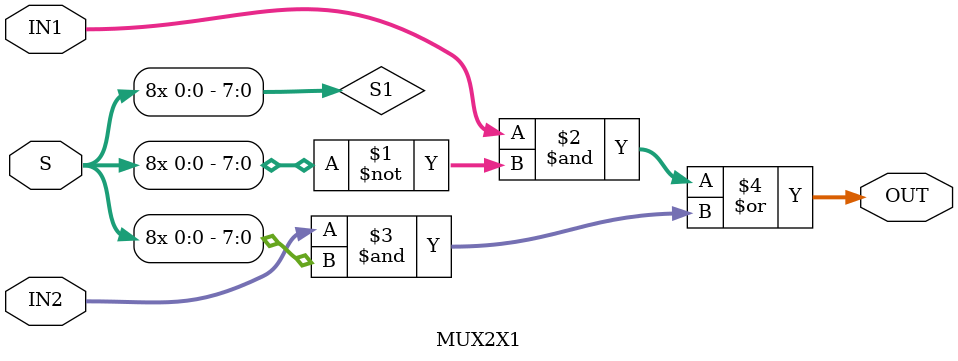
<source format=v>
module MUX2X1 #(parameter WIDTH=8)(input [WIDTH-1:0] IN1,
 input [WIDTH-1:0] IN2,
 input S,
output [WIDTH-1:0] OUT);
wire [WIDTH-1:0] S1;
assign S1={8{S}};
assign OUT=(IN1 & ~S1) | (IN2 & S1);


endmodule

</source>
